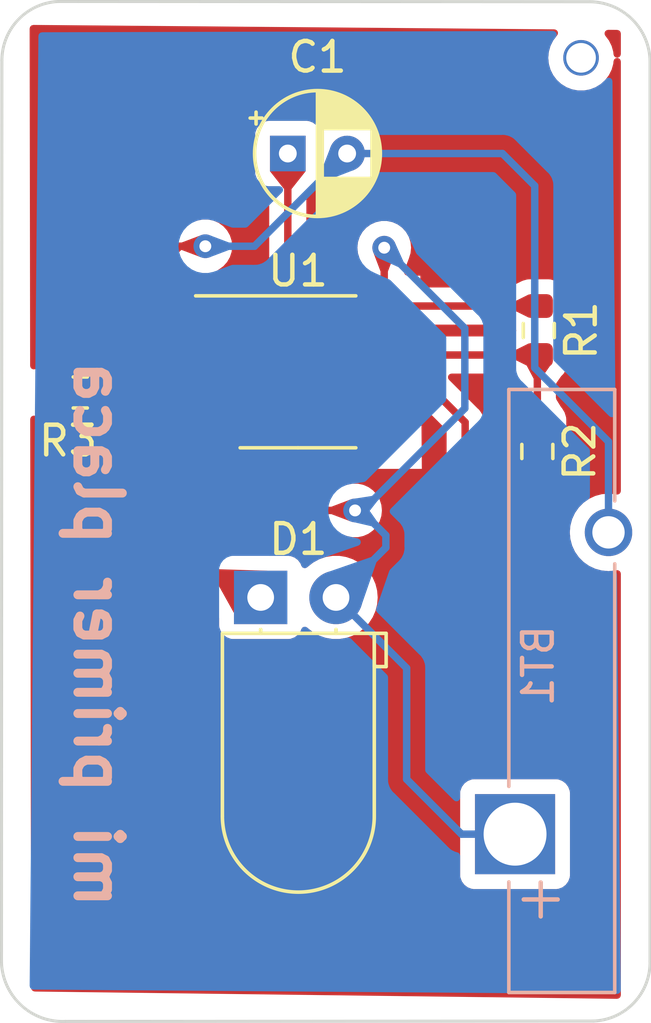
<source format=kicad_pcb>
(kicad_pcb (version 20221018) (generator pcbnew)
  (layers (0 "F.Cu" signal) (31 "B.Cu" signal) (34 "B.Paste" user) (35 "F.Paste" user) (36 "B.SilkS" user "B.Silkscreen") (37 "F.SilkS" user "F.Silkscreen") (38 "B.Mask" user) (39 "F.Mask" user) (44 "Edge.Cuts" user))
  (net 0 "")
  (net 1 "Net-(U1-THR)")
  (net 2 "GND")
  (net 3 "Net-(D1-K)")
  (net 4 "+3.3V")
  (net 5 "Net-(U1-DIS)")
  (net 6 "Net-(U1-Q)")
  (footprint "Package_SO:SOIC-8_3.9x4.9mm_P1.27mm" (layer "F.Cu") (at 150.615549 65.657448)
    (fp_text reference "U1" (at 0 -3.4) (layer "F.SilkS"))
    (fp_text value "NE555D")
    (fp_line (start 0 -2.56) (end -3.45 -2.56) (stroke (width 0.12)) (layer "F.SilkS"))
    (fp_line (start 0 -2.56) (end 1.95 -2.56) (stroke (width 0.12)) (layer "F.SilkS"))
    (fp_line (start 0 2.56) (end -1.95 2.56) (stroke (width 0.12)) (layer "F.SilkS"))
    (fp_line (start 0 2.56) (end 1.95 2.56) (stroke (width 0.12)) (layer "F.SilkS"))
    (pad "1" smd roundrect (at -2.475 -1.905) (size 1.95 0.6) (layers "F.Cu" "F.Paste" "F.Mask") (net 2 "GND"))
    (pad "2" smd roundrect (at -2.475 -0.635) (size 1.95 0.6) (layers "F.Cu" "F.Paste" "F.Mask") (net 1 "Net-(U1-THR)"))
    (pad "3" smd roundrect (at -2.475 0.635) (size 1.95 0.6) (layers "F.Cu" "F.Paste" "F.Mask") (net 6 "Net-(U1-Q)"))
    (pad "4" smd roundrect (at -2.475 1.905) (size 1.95 0.6) (layers "F.Cu" "F.Paste" "F.Mask") (net 4 "+3.3V"))
    (pad "5" smd roundrect (at 2.475 1.905) (size 1.95 0.6) (layers "F.Cu" "F.Paste" "F.Mask"))
    (pad "6" smd roundrect (at 2.475 0.635) (size 1.95 0.6) (layers "F.Cu" "F.Paste" "F.Mask") (net 1 "Net-(U1-THR)"))
    (pad "7" smd roundrect (at 2.475 -0.635) (size 1.95 0.6) (layers "F.Cu" "F.Paste" "F.Mask") (net 5 "Net-(U1-DIS)"))
    (pad "8" smd roundrect (at 2.475 -1.905) (size 1.95 0.6) (layers "F.Cu" "F.Paste" "F.Mask") (net 4 "+3.3V"))
  )
  (footprint "Resistor_SMD:R_0603_1608Metric" (layer "F.Cu") (at 158.733708 64.265763 -90)
    (fp_text reference "R1" (at 0 -1.43 90) (layer "F.SilkS"))
    (fp_text value "R")
    (fp_line (start -0.237258 -0.5225) (end 0.237258 -0.5225) (stroke (width 0.12)) (layer "F.SilkS"))
    (fp_line (start -0.237258 0.5225) (end 0.237258 0.5225) (stroke (width 0.12)) (layer "F.SilkS"))
    (pad "1" smd roundrect (at -0.825 0 270) (size 0.8 0.95) (layers "F.Cu" "F.Paste" "F.Mask") (net 4 "+3.3V"))
    (pad "2" smd roundrect (at 0.825 0 270) (size 0.8 0.95) (layers "F.Cu" "F.Paste" "F.Mask") (net 5 "Net-(U1-DIS)"))
  )
  (footprint "LED_THT:LED_D5.0mm_Horizontal_O1.27mm_Z3.0mm" (layer "F.Cu") (at 149.357116 73.260281)
    (fp_text reference "D1" (at 1.27 -1.96) (layer "F.SilkS"))
    (fp_text value "LED")
    (fp_line (start -1.29 1.21) (end -1.29 7.37) (stroke (width 0.12)) (layer "F.SilkS"))
    (fp_line (start -1.29 1.21) (end 3.83 1.21) (stroke (width 0.12)) (layer "F.SilkS"))
    (fp_line (start 0 1.08) (end 0 1.08) (stroke (width 0.12)) (layer "F.SilkS"))
    (fp_line (start 0 1.08) (end 0 1.21) (stroke (width 0.12)) (layer "F.SilkS"))
    (fp_line (start 0 1.21) (end 0 1.08) (stroke (width 0.12)) (layer "F.SilkS"))
    (fp_line (start 0 1.21) (end 0 1.21) (stroke (width 0.12)) (layer "F.SilkS"))
    (fp_line (start 2.54 1.08) (end 2.54 1.08) (stroke (width 0.12)) (layer "F.SilkS"))
    (fp_line (start 2.54 1.08) (end 2.54 1.21) (stroke (width 0.12)) (layer "F.SilkS"))
    (fp_line (start 2.54 1.21) (end 2.54 1.08) (stroke (width 0.12)) (layer "F.SilkS"))
    (fp_line (start 2.54 1.21) (end 2.54 1.21) (stroke (width 0.12)) (layer "F.SilkS"))
    (fp_line (start 3.83 1.21) (end 3.83 7.37) (stroke (width 0.12)) (layer "F.SilkS"))
    (fp_line (start 3.83 1.21) (end 4.23 1.21) (stroke (width 0.12)) (layer "F.SilkS"))
    (fp_line (start 3.83 2.33) (end 3.83 1.21) (stroke (width 0.12)) (layer "F.SilkS"))
    (fp_line (start 4.23 1.21) (end 4.23 2.33) (stroke (width 0.12)) (layer "F.SilkS"))
    (fp_line (start 4.23 2.33) (end 3.83 2.33) (stroke (width 0.12)) (layer "F.SilkS"))
    (fp_arc (start 3.83 7.37) (mid 1.27 9.93) (end -1.29 7.37) (stroke (width 0.12)) (layer "F.SilkS"))
    (pad "1" thru_hole rect (at 0 0) (size 1.8 1.8) (drill 0.9) (layers "*.Cu" "*.Mask") (net 3 "Net-(D1-K)"))
    (pad "2" thru_hole circle (at 2.54 0) (size 1.8 1.8) (drill 0.9) (layers "*.Cu" "*.Mask") (net 4 "+3.3V"))
  )
  (footprint "Capacitor_THT:CP_Radial_D4.0mm_P2.00mm" (layer "F.Cu") (at 150.272316 58.301401)
    (fp_text reference "C1" (at 1 -3.25) (layer "F.SilkS"))
    (fp_text value "C_Polarized" hide)
    (fp_line (start -1.269801 -1.195) (end -0.869801 -1.195) (stroke (width 0.12)) (layer "F.SilkS"))
    (fp_line (start -1.069801 -1.395) (end -1.069801 -0.995) (stroke (width 0.12)) (layer "F.SilkS"))
    (fp_line (start 1 -2.08) (end 1 2.08) (stroke (width 0.12)) (layer "F.SilkS"))
    (fp_line (start 1.04 -2.08) (end 1.04 2.08) (stroke (width 0.12)) (layer "F.SilkS"))
    (fp_line (start 1.08 -2.079) (end 1.08 2.079) (stroke (width 0.12)) (layer "F.SilkS"))
    (fp_line (start 1.12 -2.077) (end 1.12 2.077) (stroke (width 0.12)) (layer "F.SilkS"))
    (fp_line (start 1.16 -2.074) (end 1.16 2.074) (stroke (width 0.12)) (layer "F.SilkS"))
    (fp_line (start 1.2 -2.071) (end 1.2 -0.84) (stroke (width 0.12)) (layer "F.SilkS"))
    (fp_line (start 1.2 0.84) (end 1.2 2.071) (stroke (width 0.12)) (layer "F.SilkS"))
    (fp_line (start 1.24 -2.067) (end 1.24 -0.84) (stroke (width 0.12)) (layer "F.SilkS"))
    (fp_line (start 1.24 0.84) (end 1.24 2.067) (stroke (width 0.12)) (layer "F.SilkS"))
    (fp_line (start 1.28 -2.062) (end 1.28 -0.84) (stroke (width 0.12)) (layer "F.SilkS"))
    (fp_line (start 1.28 0.84) (end 1.28 2.062) (stroke (width 0.12)) (layer "F.SilkS"))
    (fp_line (start 1.32 -2.056) (end 1.32 -0.84) (stroke (width 0.12)) (layer "F.SilkS"))
    (fp_line (start 1.32 0.84) (end 1.32 2.056) (stroke (width 0.12)) (layer "F.SilkS"))
    (fp_line (start 1.36 -2.05) (end 1.36 -0.84) (stroke (width 0.12)) (layer "F.SilkS"))
    (fp_line (start 1.36 0.84) (end 1.36 2.05) (stroke (width 0.12)) (layer "F.SilkS"))
    (fp_line (start 1.4 -2.042) (end 1.4 -0.84) (stroke (width 0.12)) (layer "F.SilkS"))
    (fp_line (start 1.4 0.84) (end 1.4 2.042) (stroke (width 0.12)) (layer "F.SilkS"))
    (fp_line (start 1.44 -2.034) (end 1.44 -0.84) (stroke (width 0.12)) (layer "F.SilkS"))
    (fp_line (start 1.44 0.84) (end 1.44 2.034) (stroke (width 0.12)) (layer "F.SilkS"))
    (fp_line (start 1.48 -2.025) (end 1.48 -0.84) (stroke (width 0.12)) (layer "F.SilkS"))
    (fp_line (start 1.48 0.84) (end 1.48 2.025) (stroke (width 0.12)) (layer "F.SilkS"))
    (fp_line (start 1.52 -2.016) (end 1.52 -0.84) (stroke (width 0.12)) (layer "F.SilkS"))
    (fp_line (start 1.52 0.84) (end 1.52 2.016) (stroke (width 0.12)) (layer "F.SilkS"))
    (fp_line (start 1.56 -2.005) (end 1.56 -0.84) (stroke (width 0.12)) (layer "F.SilkS"))
    (fp_line (start 1.56 0.84) (end 1.56 2.005) (stroke (width 0.12)) (layer "F.SilkS"))
    (fp_line (start 1.6 -1.994) (end 1.6 -0.84) (stroke (width 0.12)) (layer "F.SilkS"))
    (fp_line (start 1.6 0.84) (end 1.6 1.994) (stroke (width 0.12)) (layer "F.SilkS"))
    (fp_line (start 1.64 -1.982) (end 1.64 -0.84) (stroke (width 0.12)) (layer "F.SilkS"))
    (fp_line (start 1.64 0.84) (end 1.64 1.982) (stroke (width 0.12)) (layer "F.SilkS"))
    (fp_line (start 1.68 -1.968) (end 1.68 -0.84) (stroke (width 0.12)) (layer "F.SilkS"))
    (fp_line (start 1.68 0.84) (end 1.68 1.968) (stroke (width 0.12)) (layer "F.SilkS"))
    (fp_line (start 1.721 -1.954) (end 1.721 -0.84) (stroke (width 0.12)) (layer "F.SilkS"))
    (fp_line (start 1.721 0.84) (end 1.721 1.954) (stroke (width 0.12)) (layer "F.SilkS"))
    (fp_line (start 1.761 -1.94) (end 1.761 -0.84) (stroke (width 0.12)) (layer "F.SilkS"))
    (fp_line (start 1.761 0.84) (end 1.761 1.94) (stroke (width 0.12)) (layer "F.SilkS"))
    (fp_line (start 1.801 -1.924) (end 1.801 -0.84) (stroke (width 0.12)) (layer "F.SilkS"))
    (fp_line (start 1.801 0.84) (end 1.801 1.924) (stroke (width 0.12)) (layer "F.SilkS"))
    (fp_line (start 1.841 -1.907) (end 1.841 -0.84) (stroke (width 0.12)) (layer "F.SilkS"))
    (fp_line (start 1.841 0.84) (end 1.841 1.907) (stroke (width 0.12)) (layer "F.SilkS"))
    (fp_line (start 1.881 -1.889) (end 1.881 -0.84) (stroke (width 0.12)) (layer "F.SilkS"))
    (fp_line (start 1.881 0.84) (end 1.881 1.889) (stroke (width 0.12)) (layer "F.SilkS"))
    (fp_line (start 1.921 -1.87) (end 1.921 -0.84) (stroke (width 0.12)) (layer "F.SilkS"))
    (fp_line (start 1.921 0.84) (end 1.921 1.87) (stroke (width 0.12)) (layer "F.SilkS"))
    (fp_line (start 1.961 -1.851) (end 1.961 -0.84) (stroke (width 0.12)) (layer "F.SilkS"))
    (fp_line (start 1.961 0.84) (end 1.961 1.851) (stroke (width 0.12)) (layer "F.SilkS"))
    (fp_line (start 2.001 -1.83) (end 2.001 -0.84) (stroke (width 0.12)) (layer "F.SilkS"))
    (fp_line (start 2.001 0.84) (end 2.001 1.83) (stroke (width 0.12)) (layer "F.SilkS"))
    (fp_line (start 2.041 -1.808) (end 2.041 -0.84) (stroke (width 0.12)) (layer "F.SilkS"))
    (fp_line (start 2.041 0.84) (end 2.041 1.808) (stroke (width 0.12)) (layer "F.SilkS"))
    (fp_line (start 2.081 -1.785) (end 2.081 -0.84) (stroke (width 0.12)) (layer "F.SilkS"))
    (fp_line (start 2.081 0.84) (end 2.081 1.785) (stroke (width 0.12)) (layer "F.SilkS"))
    (fp_line (start 2.121 -1.76) (end 2.121 -0.84) (stroke (width 0.12)) (layer "F.SilkS"))
    (fp_line (start 2.121 0.84) (end 2.121 1.76) (stroke (width 0.12)) (layer "F.SilkS"))
    (fp_line (start 2.161 -1.735) (end 2.161 -0.84) (stroke (width 0.12)) (layer "F.SilkS"))
    (fp_line (start 2.161 0.84) (end 2.161 1.735) (stroke (width 0.12)) (layer "F.SilkS"))
    (fp_line (start 2.201 -1.708) (end 2.201 -0.84) (stroke (width 0.12)) (layer "F.SilkS"))
    (fp_line (start 2.201 0.84) (end 2.201 1.708) (stroke (width 0.12)) (layer "F.SilkS"))
    (fp_line (start 2.241 -1.68) (end 2.241 -0.84) (stroke (width 0.12)) (layer "F.SilkS"))
    (fp_line (start 2.241 0.84) (end 2.241 1.68) (stroke (width 0.12)) (layer "F.SilkS"))
    (fp_line (start 2.281 -1.65) (end 2.281 -0.84) (stroke (width 0.12)) (layer "F.SilkS"))
    (fp_line (start 2.281 0.84) (end 2.281 1.65) (stroke (width 0.12)) (layer "F.SilkS"))
    (fp_line (start 2.321 -1.619) (end 2.321 -0.84) (stroke (width 0.12)) (layer "F.SilkS"))
    (fp_line (start 2.321 0.84) (end 2.321 1.619) (stroke (width 0.12)) (layer "F.SilkS"))
    (fp_line (start 2.361 -1.587) (end 2.361 -0.84) (stroke (width 0.12)) (layer "F.SilkS"))
    (fp_line (start 2.361 0.84) (end 2.361 1.587) (stroke (width 0.12)) (layer "F.SilkS"))
    (fp_line (start 2.401 -1.552) (end 2.401 -0.84) (stroke (width 0.12)) (layer "F.SilkS"))
    (fp_line (start 2.401 0.84) (end 2.401 1.552) (stroke (width 0.12)) (layer "F.SilkS"))
    (fp_line (start 2.441 -1.516) (end 2.441 -0.84) (stroke (width 0.12)) (layer "F.SilkS"))
    (fp_line (start 2.441 0.84) (end 2.441 1.516) (stroke (width 0.12)) (layer "F.SilkS"))
    (fp_line (start 2.481 -1.478) (end 2.481 -0.84) (stroke (width 0.12)) (layer "F.SilkS"))
    (fp_line (start 2.481 0.84) (end 2.481 1.478) (stroke (width 0.12)) (layer "F.SilkS"))
    (fp_line (start 2.521 -1.438) (end 2.521 -0.84) (stroke (width 0.12)) (layer "F.SilkS"))
    (fp_line (start 2.521 0.84) (end 2.521 1.438) (stroke (width 0.12)) (layer "F.SilkS"))
    (fp_line (start 2.561 -1.396) (end 2.561 -0.84) (stroke (width 0.12)) (layer "F.SilkS"))
    (fp_line (start 2.561 0.84) (end 2.561 1.396) (stroke (width 0.12)) (layer "F.SilkS"))
    (fp_line (start 2.601 -1.351) (end 2.601 -0.84) (stroke (width 0.12)) (layer "F.SilkS"))
    (fp_line (start 2.601 0.84) (end 2.601 1.351) (stroke (width 0.12)) (layer "F.SilkS"))
    (fp_line (start 2.641 -1.304) (end 2.641 -0.84) (stroke (width 0.12)) (layer "F.SilkS"))
    (fp_line (start 2.641 0.84) (end 2.641 1.304) (stroke (width 0.12)) (layer "F.SilkS"))
    (fp_line (start 2.681 -1.254) (end 2.681 -0.84) (stroke (width 0.12)) (layer "F.SilkS"))
    (fp_line (start 2.681 0.84) (end 2.681 1.254) (stroke (width 0.12)) (layer "F.SilkS"))
    (fp_line (start 2.721 -1.2) (end 2.721 -0.84) (stroke (width 0.12)) (layer "F.SilkS"))
    (fp_line (start 2.721 0.84) (end 2.721 1.2) (stroke (width 0.12)) (layer "F.SilkS"))
    (fp_line (start 2.761 -1.142) (end 2.761 -0.84) (stroke (width 0.12)) (layer "F.SilkS"))
    (fp_line (start 2.761 0.84) (end 2.761 1.142) (stroke (width 0.12)) (layer "F.SilkS"))
    (fp_line (start 2.801 -1.08) (end 2.801 -0.84) (stroke (width 0.12)) (layer "F.SilkS"))
    (fp_line (start 2.801 0.84) (end 2.801 1.08) (stroke (width 0.12)) (layer "F.SilkS"))
    (fp_line (start 2.841 -1.013) (end 2.841 1.013) (stroke (width 0.12)) (layer "F.SilkS"))
    (fp_line (start 2.881 -0.94) (end 2.881 0.94) (stroke (width 0.12)) (layer "F.SilkS"))
    (fp_line (start 2.921 -0.859) (end 2.921 0.859) (stroke (width 0.12)) (layer "F.SilkS"))
    (fp_line (start 2.961 -0.768) (end 2.961 0.768) (stroke (width 0.12)) (layer "F.SilkS"))
    (fp_line (start 3.001 -0.664) (end 3.001 0.664) (stroke (width 0.12)) (layer "F.SilkS"))
    (fp_line (start 3.041 -0.537) (end 3.041 0.537) (stroke (width 0.12)) (layer "F.SilkS"))
    (fp_line (start 3.081 -0.37) (end 3.081 0.37) (stroke (width 0.12)) (layer "F.SilkS"))
    (fp_circle (center 1 0) (end 3.12 0) (stroke (width 0.12)) (fill none) (layer "F.SilkS"))
    (pad "1" thru_hole rect (at 0 0) (size 1.2 1.2) (drill 0.6) (layers "*.Cu" "*.Mask") (net 1 "Net-(U1-THR)"))
    (pad "2" thru_hole circle (at 2 0) (size 1.2 1.2) (drill 0.6) (layers "*.Cu" "*.Mask") (net 2 "GND"))
  )
  (footprint "Resistor_SMD:R_0603_1608Metric" (layer "F.Cu") (at 143.27607 66.35329)
    (fp_text reference "R3" (at -0.40937 1.63052) (layer "F.SilkS"))
    (fp_text value "R")
    (fp_line (start -0.237258 -0.5225) (end 0.237258 -0.5225) (stroke (width 0.12)) (layer "F.SilkS"))
    (fp_line (start -0.237258 0.5225) (end 0.237258 0.5225) (stroke (width 0.12)) (layer "F.SilkS"))
    (pad "1" smd roundrect (at -0.825 0) (size 0.8 0.95) (layers "F.Cu" "F.Paste" "F.Mask") (net 6 "Net-(U1-Q)"))
    (pad "2" smd roundrect (at 0.825 0) (size 0.8 0.95) (layers "F.Cu" "F.Paste" "F.Mask") (net 3 "Net-(D1-K)"))
  )
  (footprint "Resistor_SMD:R_0603_1608Metric" (layer "F.Cu") (at 158.684005 68.341411 -90)
    (fp_text reference "R2" (at 0 -1.43 90) (layer "F.SilkS"))
    (fp_text value "R")
    (fp_line (start -0.237258 -0.5225) (end 0.237258 -0.5225) (stroke (width 0.12)) (layer "F.SilkS"))
    (fp_line (start -0.237258 0.5225) (end 0.237258 0.5225) (stroke (width 0.12)) (layer "F.SilkS"))
    (pad "1" smd roundrect (at -0.825 0 270) (size 0.8 0.95) (layers "F.Cu" "F.Paste" "F.Mask") (net 5 "Net-(U1-DIS)"))
    (pad "2" smd roundrect (at 0.825 0 270) (size 0.8 0.95) (layers "F.Cu" "F.Paste" "F.Mask") (net 1 "Net-(U1-THR)"))
  )
  (footprint "Battery:Battery_Panasonic_CR2025-V1AK_Vertical_CircularHoles" (layer "B.Cu") (at 157.932995 81.237204 90)
    (fp_text reference "BT1" (at 5.677742 0.780689 90) (layer "B.SilkS") (effects (justify mirror)))
    (fp_text value "Battery_Cell")
    (fp_text user "+" (at -2.2 0.75 90) (layer "B.SilkS") (effects (font (size 1.5 1.5)) (justify mirror)))
    (fp_line (start -5.335 -0.21) (end -1.61 -0.21) (stroke (width 0.12)) (layer "B.SilkS"))
    (fp_line (start -5.335 3.36) (end -5.335 -0.21) (stroke (width 0.12)) (layer "B.SilkS"))
    (fp_line (start -5.335 3.36) (end 9.11 3.36) (stroke (width 0.12)) (layer "B.SilkS"))
    (fp_line (start 1.61 -0.21) (end 14.985 -0.21) (stroke (width 0.12)) (layer "B.SilkS"))
    (fp_line (start 11.23 3.36) (end 14.985 3.36) (stroke (width 0.12)) (layer "B.SilkS"))
    (fp_line (start 14.985 3.36) (end 14.985 -0.21) (stroke (width 0.12)) (layer "B.SilkS"))
    (pad "1" thru_hole rect (at 0 0) (size 2.7 2.7) (drill 2.12) (layers "*.Cu" "*.Mask") (net 4 "+3.3V"))
    (pad "2" thru_hole circle (at 10.17 3.15 90) (size 1.6 1.6) (drill 1.09) (layers "*.Cu" "*.Mask") (net 2 "GND"))
  )
  (gr_line (start 142.779721 87.54609) (end 160.57714 87.534383) (stroke (width 0.1)) (layer "Edge.Cuts"))
  (gr_line (start 162.482825 55.152148) (end 162.482825 85.520692) (stroke (width 0.1)) (layer "Edge.Cuts"))
  (gr_line (start 142.549677 53.178094) (end 160.445001 53.187515) (stroke (width 0.1)) (layer "Edge.Cuts"))
  (gr_arc (start 162.482824 85.520692) (mid 161.941722 86.917193) (end 160.57714 87.534383) (stroke (width 0.1)) (layer "Edge.Cuts"))
  (gr_line (start 140.634243 55.164886) (end 140.620036 85.559823) (stroke (width 0.1)) (layer "Edge.Cuts"))
  (gr_arc (start 160.445001 53.187515) (mid 161.86032 53.758657) (end 162.482825 55.152148) (stroke (width 0.1)) (layer "Edge.Cuts"))
  (gr_arc (start 142.779721 87.546089) (mid 141.28546 87.003557) (end 140.620036 85.559823) (stroke (width 0.1)) (layer "Edge.Cuts"))
  (gr_arc (start 140.634243 55.164886) (mid 141.191082 53.78501) (end 142.549677 53.178094) (stroke (width 0.1)) (layer "Edge.Cuts"))
  (gr_text "mi primer placa" (at 142.995108 65.117193 270) (layer "B.SilkS") (effects (font (size 1.5 1.5) (thickness 0.3) bold) (justify right bottom mirror)))
  (via (at 160.157459 55.076469) (size 1.2) (drill 1) (layers "F.Cu" "B.Cu") (net 0))
  (segment (start 150.272316 58.301401) (end 150.272316 63.930394) (width 0.25) (layer "F.Cu") (net 1))
  (segment (start 156.250626 67.357012) (end 155.186062 66.292448) (width 0.25) (layer "F.Cu") (net 1))
  (segment (start 150.275213 63.933291) (end 150.275213 64.413481) (width 0.25) (layer "F.Cu") (net 1))
  (segment (start 155.186062 66.292448) (end 153.090549 66.292448) (width 0.25) (layer "F.Cu") (net 1))
  (segment (start 149.666246 65.022448) (end 148.140549 65.022448) (width 0.25) (layer "F.Cu") (net 1))
  (segment (start 150.275213 64.413481) (end 149.666246 65.022448) (width 0.25) (layer "F.Cu") (net 1))
  (segment (start 156.250626 68.549885) (end 156.250626 67.357012) (width 0.25) (layer "F.Cu") (net 1))
  (segment (start 156.867152 69.166411) (end 156.250626 68.549885) (width 0.25) (layer "F.Cu") (net 1))
  (segment (start 153.090549 66.292448) (end 152.15418 66.292448) (width 0.25) (layer "F.Cu") (net 1))
  (segment (start 152.15418 66.292448) (end 150.275213 64.413481) (width 0.25) (layer "F.Cu") (net 1))
  (segment (start 158.684005 69.166411) (end 156.867152 69.166411) (width 0.25) (layer "F.Cu") (net 1))
  (segment (start 150.272316 63.930394) (end 150.275213 63.933291) (width 0.25) (layer "F.Cu") (net 1))
  (segment (start 145.879259 62.176847) (end 145.879259 63.39181) (width 0.25) (layer "F.Cu") (net 2))
  (segment (start 146.630327 61.425779) (end 145.879259 62.176847) (width 0.25) (layer "F.Cu") (net 2))
  (segment (start 146.239897 63.752448) (end 148.140549 63.752448) (width 0.25) (layer "F.Cu") (net 2))
  (segment (start 145.879259 63.39181) (end 146.239897 63.752448) (width 0.25) (layer "F.Cu") (net 2))
  (segment (start 147.491846 61.425779) (end 146.630327 61.425779) (width 0.25) (layer "F.Cu") (net 2))
  (via (at 147.491846 61.425779) (size 0.8) (drill 0.4) (layers "F.Cu" "B.Cu") (net 2))
  (segment (start 149.147938 61.425779) (end 147.491846 61.425779) (width 0.25) (layer "B.Cu") (net 2))
  (segment (start 158.596332 59.389416) (end 157.508317 58.301401) (width 0.25) (layer "B.Cu") (net 2))
  (segment (start 152.272316 58.301401) (end 149.147938 61.425779) (width 0.25) (layer "B.Cu") (net 2))
  (segment (start 157.508317 58.301401) (end 152.272316 58.301401) (width 0.25) (layer "B.Cu") (net 2))
  (segment (start 158.596332 65.52403) (end 158.596332 59.389416) (width 0.25) (layer "B.Cu") (net 2))
  (segment (start 161.082995 71.067204) (end 161.082995 68.010693) (width 0.25) (layer "B.Cu") (net 2))
  (segment (start 161.082995 68.010693) (end 158.596332 65.52403) (width 0.25) (layer "B.Cu") (net 2))
  (segment (start 148.684377 73.260281) (end 144.10107 68.676974) (width 0.25) (layer "F.Cu") (net 3))
  (segment (start 149.357116 73.260281) (end 148.684377 73.260281) (width 0.25) (layer "F.Cu") (net 3))
  (segment (start 144.10107 68.676974) (end 144.10107 66.35329) (width 0.25) (layer "F.Cu") (net 3))
  (segment (start 153.522477 63.32052) (end 153.090549 63.752448) (width 0.25) (layer "F.Cu") (net 4))
  (segment (start 158.733708 63.440763) (end 153.402234 63.440763) (width 0.25) (layer "F.Cu") (net 4))
  (segment (start 150.906247 70.328146) (end 152.539467 70.328146) (width 0.25) (layer "F.Cu") (net 4))
  (segment (start 153.522477 61.47548) (end 153.522477 63.32052) (width 0.25) (layer "F.Cu") (net 4))
  (segment (start 148.140549 67.562448) (end 150.906247 70.328146) (width 0.25) (layer "F.Cu") (net 4))
  (segment (start 153.402234 63.440763) (end 153.090549 63.752448) (width 0.25) (layer "F.Cu") (net 4))
  (via (at 153.522477 61.47548) (size 0.8) (drill 0.4) (layers "F.Cu" "B.Cu") (net 4))
  (via (at 152.539467 70.328146) (size 0.8) (drill 0.4) (layers "F.Cu" "B.Cu") (net 4))
  (segment (start 151.897116 73.260281) (end 153.577707 71.57969) (width 0.25) (layer "B.Cu") (net 4))
  (segment (start 156.239576 64.192579) (end 153.522477 61.47548) (width 0.25) (layer "B.Cu") (net 4))
  (segment (start 152.73828 70.328146) (end 152.539467 70.328146) (width 0.25) (layer "B.Cu") (net 4))
  (segment (start 154.277691 79.386595) (end 154.277691 75.640856) (width 0.25) (layer "B.Cu") (net 4))
  (segment (start 157.932995 81.237204) (end 156.1283 81.237204) (width 0.25) (layer "B.Cu") (net 4))
  (segment (start 153.577707 71.57969) (end 153.577707 71.167573) (width 0.25) (layer "B.Cu") (net 4))
  (segment (start 152.539467 70.328146) (end 152.799017 70.328146) (width 0.25) (layer "B.Cu") (net 4))
  (segment (start 154.277691 75.640856) (end 151.897116 73.260281) (width 0.25) (layer "B.Cu") (net 4))
  (segment (start 156.239576 66.887587) (end 156.239576 64.192579) (width 0.25) (layer "B.Cu") (net 4))
  (segment (start 153.577707 71.167573) (end 152.73828 70.328146) (width 0.25) (layer "B.Cu") (net 4))
  (segment (start 152.799017 70.328146) (end 156.239576 66.887587) (width 0.25) (layer "B.Cu") (net 4))
  (segment (start 156.1283 81.237204) (end 154.277691 79.386595) (width 0.25) (layer "B.Cu") (net 4))
  (segment (start 158.684005 67.516411) (end 158.684005 65.140466) (width 0.25) (layer "F.Cu") (net 5))
  (segment (start 158.733708 65.090763) (end 153.158864 65.090763) (width 0.25) (layer "F.Cu") (net 5))
  (segment (start 158.684005 65.140466) (end 158.733708 65.090763) (width 0.25) (layer "F.Cu") (net 5))
  (segment (start 153.158864 65.090763) (end 153.090549 65.022448) (width 0.25) (layer "F.Cu") (net 5))
  (segment (start 147.382688 66.292448) (end 148.140549 66.292448) (width 0.25) (layer "F.Cu") (net 6))
  (segment (start 142.45107 66.35329) (end 142.45107 65.765198) (width 0.25) (layer "F.Cu") (net 6))
  (segment (start 142.45107 65.765198) (end 143.692329 64.523939) (width 0.25) (layer "F.Cu") (net 6))
  (segment (start 143.692329 64.523939) (end 145.614179 64.523939) (width 0.25) (layer "F.Cu") (net 6))
  (segment (start 145.614179 64.523939) (end 147.382688 66.292448) (width 0.25) (layer "F.Cu") (net 6))
  (zone (net 0) (net_name "") (layer "F.Cu") (name "chip") (connect_pads (clearance 0)) (min_thickness 0.25)
    (keepout (tracks allowed) (vias allowed) (pads allowed) (copperpour not_allowed) (footprints allowed))
    (fill (thermal_gap 0.5) (thermal_bridge_width 0.5))
    (polygon (pts (xy 146.439426 62.466314) (xy 154.73983 62.416611) (xy 154.789533 68.927706) (xy 146.34002 68.927706)))
  )
  (zone (net 0) (net_name "") (layer "F.Cu") (priority 1) (connect_pads (clearance 0.5)) (min_thickness 0.25) (fill yes (thermal_gap 0.5) (thermal_bridge_width 0.5) (island_removal_mode 1) (island_area_min 10))
    (polygon (pts (xy 141.56853 53.967098) (xy 161.49944 54.136089) (xy 161.49944 86.786995) (xy 141.618233 86.53848) (xy 141.56853 53.983003)))
  )
  (zone (net 0) (net_name "") (layer "B.Cu") (connect_pads (clearance 0.5)) (min_thickness 0.25) (fill yes (thermal_gap 0.5) (thermal_bridge_width 0.5) (island_removal_mode 1) (island_area_min 10))
    (polygon (pts (xy 141.817045 54.215613) (xy 161.201222 54.16591) (xy 161.49944 86.621981) (xy 141.56853 86.472872) (xy 141.866748 54.116207)))
  )
)
</source>
